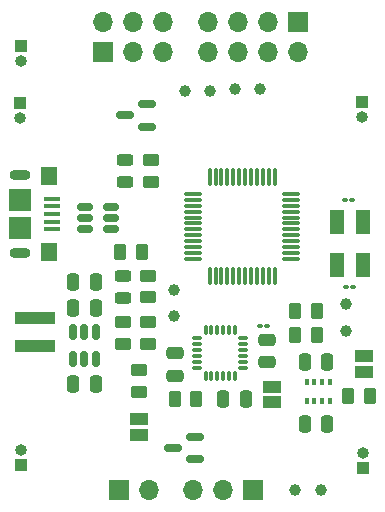
<source format=gbr>
%TF.GenerationSoftware,KiCad,Pcbnew,7.0.6-1.fc38*%
%TF.CreationDate,2023-08-03T18:28:49+02:00*%
%TF.ProjectId,quadcopter-flight-controler,71756164-636f-4707-9465-722d666c6967,rev?*%
%TF.SameCoordinates,Original*%
%TF.FileFunction,Soldermask,Top*%
%TF.FilePolarity,Negative*%
%FSLAX46Y46*%
G04 Gerber Fmt 4.6, Leading zero omitted, Abs format (unit mm)*
G04 Created by KiCad (PCBNEW 7.0.6-1.fc38) date 2023-08-03 18:28:49*
%MOMM*%
%LPD*%
G01*
G04 APERTURE LIST*
G04 Aperture macros list*
%AMRoundRect*
0 Rectangle with rounded corners*
0 $1 Rounding radius*
0 $2 $3 $4 $5 $6 $7 $8 $9 X,Y pos of 4 corners*
0 Add a 4 corners polygon primitive as box body*
4,1,4,$2,$3,$4,$5,$6,$7,$8,$9,$2,$3,0*
0 Add four circle primitives for the rounded corners*
1,1,$1+$1,$2,$3*
1,1,$1+$1,$4,$5*
1,1,$1+$1,$6,$7*
1,1,$1+$1,$8,$9*
0 Add four rect primitives between the rounded corners*
20,1,$1+$1,$2,$3,$4,$5,0*
20,1,$1+$1,$4,$5,$6,$7,0*
20,1,$1+$1,$6,$7,$8,$9,0*
20,1,$1+$1,$8,$9,$2,$3,0*%
G04 Aperture macros list end*
%ADD10R,1.700000X1.700000*%
%ADD11O,1.700000X1.700000*%
%ADD12R,0.350000X0.500000*%
%ADD13RoundRect,0.250000X0.475000X-0.250000X0.475000X0.250000X-0.475000X0.250000X-0.475000X-0.250000X0*%
%ADD14C,1.000000*%
%ADD15RoundRect,0.243750X-0.456250X0.243750X-0.456250X-0.243750X0.456250X-0.243750X0.456250X0.243750X0*%
%ADD16R,1.000000X1.000000*%
%ADD17O,1.000000X1.000000*%
%ADD18R,3.400000X0.980000*%
%ADD19RoundRect,0.250000X-0.250000X-0.475000X0.250000X-0.475000X0.250000X0.475000X-0.250000X0.475000X0*%
%ADD20RoundRect,0.250000X-0.450000X0.262500X-0.450000X-0.262500X0.450000X-0.262500X0.450000X0.262500X0*%
%ADD21RoundRect,0.075000X0.662500X0.075000X-0.662500X0.075000X-0.662500X-0.075000X0.662500X-0.075000X0*%
%ADD22RoundRect,0.075000X0.075000X0.662500X-0.075000X0.662500X-0.075000X-0.662500X0.075000X-0.662500X0*%
%ADD23R,1.500000X1.000000*%
%ADD24RoundRect,0.150000X0.587500X0.150000X-0.587500X0.150000X-0.587500X-0.150000X0.587500X-0.150000X0*%
%ADD25R,1.200000X2.000000*%
%ADD26R,1.350000X0.400000*%
%ADD27R,1.400000X1.600000*%
%ADD28R,1.900000X1.900000*%
%ADD29O,1.800000X0.900000*%
%ADD30RoundRect,0.250000X0.450000X-0.262500X0.450000X0.262500X-0.450000X0.262500X-0.450000X-0.262500X0*%
%ADD31RoundRect,0.250000X0.250000X0.475000X-0.250000X0.475000X-0.250000X-0.475000X0.250000X-0.475000X0*%
%ADD32RoundRect,0.075000X-0.350000X-0.075000X0.350000X-0.075000X0.350000X0.075000X-0.350000X0.075000X0*%
%ADD33RoundRect,0.075000X0.075000X-0.350000X0.075000X0.350000X-0.075000X0.350000X-0.075000X-0.350000X0*%
%ADD34RoundRect,0.250000X0.262500X0.450000X-0.262500X0.450000X-0.262500X-0.450000X0.262500X-0.450000X0*%
%ADD35RoundRect,0.100000X0.130000X0.100000X-0.130000X0.100000X-0.130000X-0.100000X0.130000X-0.100000X0*%
%ADD36RoundRect,0.250000X-0.262500X-0.450000X0.262500X-0.450000X0.262500X0.450000X-0.262500X0.450000X0*%
%ADD37RoundRect,0.100000X-0.130000X-0.100000X0.130000X-0.100000X0.130000X0.100000X-0.130000X0.100000X0*%
%ADD38RoundRect,0.150000X0.512500X0.150000X-0.512500X0.150000X-0.512500X-0.150000X0.512500X-0.150000X0*%
%ADD39RoundRect,0.150000X-0.150000X0.512500X-0.150000X-0.512500X0.150000X-0.512500X0.150000X0.512500X0*%
G04 APERTURE END LIST*
D10*
%TO.C,J8*%
X162320000Y-82600000D03*
D11*
X162320000Y-85140000D03*
X159780000Y-82600000D03*
X159780000Y-85140000D03*
X157240000Y-82600000D03*
X157240000Y-85140000D03*
X154700000Y-82600000D03*
X154700000Y-85140000D03*
%TD*%
D12*
%TO.C,U6*%
X163050000Y-113050000D03*
X163700000Y-113050000D03*
X164350000Y-113050000D03*
X165000000Y-113050000D03*
X165000000Y-114650000D03*
X164350000Y-114650000D03*
X163700000Y-114650000D03*
X163050000Y-114650000D03*
%TD*%
D13*
%TO.C,C14*%
X159700000Y-111400000D03*
X159700000Y-109500000D03*
%TD*%
D14*
%TO.C,J19*%
X152800000Y-88400000D03*
%TD*%
D15*
%TO.C,D6*%
X147700000Y-94262500D03*
X147700000Y-96137500D03*
%TD*%
D14*
%TO.C,J16*%
X162100000Y-122200000D03*
%TD*%
D13*
%TO.C,C2*%
X151900000Y-112550000D03*
X151900000Y-110650000D03*
%TD*%
D16*
%TO.C,J5*%
X138800000Y-89450000D03*
D17*
X138800000Y-90720000D03*
%TD*%
D18*
%TO.C,L1*%
X140050000Y-110000000D03*
X140050000Y-107630000D03*
%TD*%
D14*
%TO.C,J15*%
X154900000Y-88400000D03*
%TD*%
D19*
%TO.C,C13*%
X143300000Y-106815000D03*
X145200000Y-106815000D03*
%TD*%
%TO.C,C1*%
X143300000Y-104615000D03*
X145200000Y-104615000D03*
%TD*%
%TO.C,C15*%
X156000000Y-114550000D03*
X157900000Y-114550000D03*
%TD*%
D20*
%TO.C,R18*%
X149900000Y-94287500D03*
X149900000Y-96112500D03*
%TD*%
D14*
%TO.C,J13*%
X157000000Y-88300000D03*
%TD*%
D20*
%TO.C,R7*%
X149600000Y-104087500D03*
X149600000Y-105912500D03*
%TD*%
D15*
%TO.C,D1*%
X147500000Y-104062500D03*
X147500000Y-105937500D03*
%TD*%
D16*
%TO.C,J9*%
X138900000Y-84600000D03*
D17*
X138900000Y-85870000D03*
%TD*%
D21*
%TO.C,U2*%
X161762500Y-102650000D03*
X161762500Y-102150000D03*
X161762500Y-101650000D03*
X161762500Y-101150000D03*
X161762500Y-100650000D03*
X161762500Y-100150000D03*
X161762500Y-99650000D03*
X161762500Y-99150000D03*
X161762500Y-98650000D03*
X161762500Y-98150000D03*
X161762500Y-97650000D03*
X161762500Y-97150000D03*
D22*
X160350000Y-95737500D03*
X159850000Y-95737500D03*
X159350000Y-95737500D03*
X158850000Y-95737500D03*
X158350000Y-95737500D03*
X157850000Y-95737500D03*
X157350000Y-95737500D03*
X156850000Y-95737500D03*
X156350000Y-95737500D03*
X155850000Y-95737500D03*
X155350000Y-95737500D03*
X154850000Y-95737500D03*
D21*
X153437500Y-97150000D03*
X153437500Y-97650000D03*
X153437500Y-98150000D03*
X153437500Y-98650000D03*
X153437500Y-99150000D03*
X153437500Y-99650000D03*
X153437500Y-100150000D03*
X153437500Y-100650000D03*
X153437500Y-101150000D03*
X153437500Y-101650000D03*
X153437500Y-102150000D03*
X153437500Y-102650000D03*
D22*
X154850000Y-104062500D03*
X155350000Y-104062500D03*
X155850000Y-104062500D03*
X156350000Y-104062500D03*
X156850000Y-104062500D03*
X157350000Y-104062500D03*
X157850000Y-104062500D03*
X158350000Y-104062500D03*
X158850000Y-104062500D03*
X159350000Y-104062500D03*
X159850000Y-104062500D03*
X160350000Y-104062500D03*
%TD*%
D14*
%TO.C,J11*%
X166400000Y-108800000D03*
%TD*%
D23*
%TO.C,JP1*%
X160100000Y-114800000D03*
X160100000Y-113500000D03*
%TD*%
D24*
%TO.C,Q6*%
X149575000Y-91450000D03*
X149575000Y-89550000D03*
X147700000Y-90500000D03*
%TD*%
D23*
%TO.C,JP4*%
X148900000Y-116250000D03*
X148900000Y-117550000D03*
%TD*%
D25*
%TO.C,Y1*%
X165600000Y-99500000D03*
X165600000Y-103200000D03*
X167800000Y-103200000D03*
X167800000Y-99500000D03*
%TD*%
D11*
%TO.C,J4*%
X150900000Y-85175000D03*
X150900000Y-82635000D03*
X148360000Y-85175000D03*
X148360000Y-82635000D03*
D10*
X145820000Y-85175000D03*
D11*
X145820000Y-82635000D03*
%TD*%
D26*
%TO.C,J2*%
X141500000Y-97550000D03*
X141500000Y-98200000D03*
X141500000Y-98850000D03*
X141500000Y-99500000D03*
X141500000Y-100150000D03*
D27*
X141275000Y-95650000D03*
X141275000Y-102050000D03*
D28*
X138825000Y-100050000D03*
X138825000Y-97650000D03*
D29*
X138825000Y-95550000D03*
X138825000Y-102150000D03*
%TD*%
D14*
%TO.C,J17*%
X151800000Y-105300000D03*
%TD*%
%TO.C,J10*%
X166400000Y-106500000D03*
%TD*%
D16*
%TO.C,J7*%
X138875000Y-120125000D03*
D17*
X138875000Y-118855000D03*
%TD*%
D30*
%TO.C,R3*%
X148900000Y-113912500D03*
X148900000Y-112087500D03*
%TD*%
D31*
%TO.C,C18*%
X164800000Y-111350000D03*
X162900000Y-111350000D03*
%TD*%
D19*
%TO.C,C12*%
X143300000Y-113215000D03*
X145200000Y-113215000D03*
%TD*%
D32*
%TO.C,U5*%
X153800000Y-109350000D03*
X153800000Y-109850000D03*
X153800000Y-110350000D03*
X153800000Y-110850000D03*
X153800000Y-111350000D03*
X153800000Y-111850000D03*
D33*
X154500000Y-112550000D03*
X155000000Y-112550000D03*
X155500000Y-112550000D03*
X156000000Y-112550000D03*
X156500000Y-112550000D03*
X157000000Y-112550000D03*
D32*
X157700000Y-111850000D03*
X157700000Y-111350000D03*
X157700000Y-110850000D03*
X157700000Y-110350000D03*
X157700000Y-109850000D03*
X157700000Y-109350000D03*
D33*
X157000000Y-108650000D03*
X156500000Y-108650000D03*
X156000000Y-108650000D03*
X155500000Y-108650000D03*
X155000000Y-108650000D03*
X154500000Y-108650000D03*
%TD*%
D14*
%TO.C,J18*%
X151800000Y-107500000D03*
%TD*%
D34*
%TO.C,R1*%
X163925000Y-109100000D03*
X162100000Y-109100000D03*
%TD*%
D23*
%TO.C,JP3*%
X167900000Y-112200000D03*
X167900000Y-110900000D03*
%TD*%
D30*
%TO.C,R6*%
X149600000Y-109825000D03*
X149600000Y-108000000D03*
%TD*%
D14*
%TO.C,J12*%
X164300000Y-122200000D03*
%TD*%
D35*
%TO.C,C11*%
X166920000Y-97645000D03*
X166280000Y-97645000D03*
%TD*%
D36*
%TO.C,R9*%
X166600000Y-114300000D03*
X168425000Y-114300000D03*
%TD*%
D19*
%TO.C,C17*%
X162900000Y-116600000D03*
X164800000Y-116600000D03*
%TD*%
D37*
%TO.C,C10*%
X166380000Y-105045000D03*
X167020000Y-105045000D03*
%TD*%
D10*
%TO.C,J20*%
X158480000Y-122200000D03*
D11*
X155940000Y-122200000D03*
X153400000Y-122200000D03*
%TD*%
D14*
%TO.C,J14*%
X159100000Y-88300000D03*
%TD*%
D37*
%TO.C,C16*%
X159080000Y-108300000D03*
X159720000Y-108300000D03*
%TD*%
D34*
%TO.C,R2*%
X149100000Y-102100000D03*
X147275000Y-102100000D03*
%TD*%
D16*
%TO.C,J6*%
X167725000Y-89350000D03*
D17*
X167725000Y-90620000D03*
%TD*%
D30*
%TO.C,R5*%
X147500000Y-109825000D03*
X147500000Y-108000000D03*
%TD*%
D10*
%TO.C,J3*%
X147200000Y-122200000D03*
D11*
X149740000Y-122200000D03*
%TD*%
D34*
%TO.C,R4*%
X163925000Y-107100000D03*
X162100000Y-107100000D03*
%TD*%
%TO.C,R8*%
X153712500Y-114550000D03*
X151887500Y-114550000D03*
%TD*%
D24*
%TO.C,Q5*%
X153600000Y-119600000D03*
X153600000Y-117700000D03*
X151725000Y-118650000D03*
%TD*%
D38*
%TO.C,U3*%
X146537500Y-100150000D03*
X146537500Y-99200000D03*
X146537500Y-98250000D03*
X144262500Y-98250000D03*
X144262500Y-99200000D03*
X144262500Y-100150000D03*
%TD*%
D16*
%TO.C,J1*%
X167800000Y-120400000D03*
D17*
X167800000Y-119130000D03*
%TD*%
D39*
%TO.C,U1*%
X145200000Y-108877500D03*
X144250000Y-108877500D03*
X143300000Y-108877500D03*
X143300000Y-111152500D03*
X144250000Y-111152500D03*
X145200000Y-111152500D03*
%TD*%
M02*

</source>
